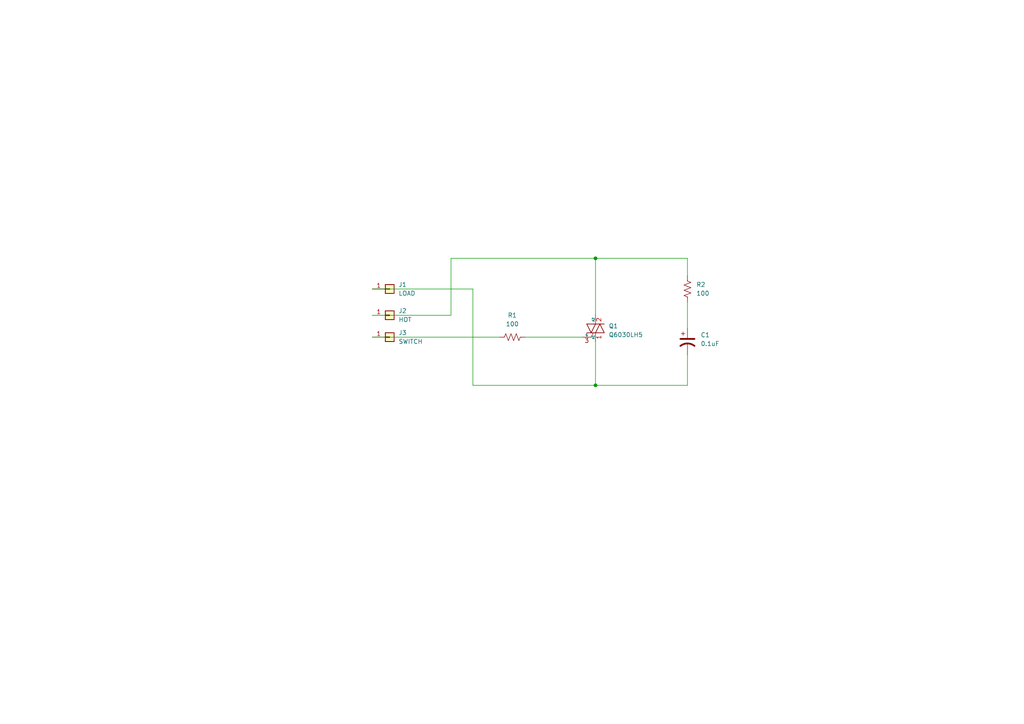
<source format=kicad_sch>
(kicad_sch (version 20211123) (generator eeschema)

  (uuid 9538e4ed-27e6-4c37-b989-9859dc0d49e8)

  (paper "A4")

  (lib_symbols
    (symbol "Connector_Generic:Conn_01x01" (pin_names (offset 1.016) hide) (in_bom yes) (on_board yes)
      (property "Reference" "J" (id 0) (at 0 2.54 0)
        (effects (font (size 1.27 1.27)))
      )
      (property "Value" "Conn_01x01" (id 1) (at 0 -2.54 0)
        (effects (font (size 1.27 1.27)))
      )
      (property "Footprint" "" (id 2) (at 0 0 0)
        (effects (font (size 1.27 1.27)) hide)
      )
      (property "Datasheet" "~" (id 3) (at 0 0 0)
        (effects (font (size 1.27 1.27)) hide)
      )
      (property "ki_keywords" "connector" (id 4) (at 0 0 0)
        (effects (font (size 1.27 1.27)) hide)
      )
      (property "ki_description" "Generic connector, single row, 01x01, script generated (kicad-library-utils/schlib/autogen/connector/)" (id 5) (at 0 0 0)
        (effects (font (size 1.27 1.27)) hide)
      )
      (property "ki_fp_filters" "Connector*:*_1x??_*" (id 6) (at 0 0 0)
        (effects (font (size 1.27 1.27)) hide)
      )
      (symbol "Conn_01x01_1_1"
        (rectangle (start -1.27 0.127) (end 0 -0.127)
          (stroke (width 0.1524) (type default) (color 0 0 0 0))
          (fill (type none))
        )
        (rectangle (start -1.27 1.27) (end 1.27 -1.27)
          (stroke (width 0.254) (type default) (color 0 0 0 0))
          (fill (type background))
        )
        (pin passive line (at -5.08 0 0) (length 3.81)
          (name "Pin_1" (effects (font (size 1.27 1.27))))
          (number "1" (effects (font (size 1.27 1.27))))
        )
      )
    )
    (symbol "Device:C_Polarized_US" (pin_numbers hide) (pin_names (offset 0.254) hide) (in_bom yes) (on_board yes)
      (property "Reference" "C" (id 0) (at 0.635 2.54 0)
        (effects (font (size 1.27 1.27)) (justify left))
      )
      (property "Value" "C_Polarized_US" (id 1) (at 0.635 -2.54 0)
        (effects (font (size 1.27 1.27)) (justify left))
      )
      (property "Footprint" "" (id 2) (at 0 0 0)
        (effects (font (size 1.27 1.27)) hide)
      )
      (property "Datasheet" "~" (id 3) (at 0 0 0)
        (effects (font (size 1.27 1.27)) hide)
      )
      (property "ki_keywords" "cap capacitor" (id 4) (at 0 0 0)
        (effects (font (size 1.27 1.27)) hide)
      )
      (property "ki_description" "Polarized capacitor, US symbol" (id 5) (at 0 0 0)
        (effects (font (size 1.27 1.27)) hide)
      )
      (property "ki_fp_filters" "CP_*" (id 6) (at 0 0 0)
        (effects (font (size 1.27 1.27)) hide)
      )
      (symbol "C_Polarized_US_0_1"
        (polyline
          (pts
            (xy -2.032 0.762)
            (xy 2.032 0.762)
          )
          (stroke (width 0.508) (type default) (color 0 0 0 0))
          (fill (type none))
        )
        (polyline
          (pts
            (xy -1.778 2.286)
            (xy -0.762 2.286)
          )
          (stroke (width 0) (type default) (color 0 0 0 0))
          (fill (type none))
        )
        (polyline
          (pts
            (xy -1.27 1.778)
            (xy -1.27 2.794)
          )
          (stroke (width 0) (type default) (color 0 0 0 0))
          (fill (type none))
        )
        (arc (start 2.032 -1.27) (mid 0 -0.5572) (end -2.032 -1.27)
          (stroke (width 0.508) (type default) (color 0 0 0 0))
          (fill (type none))
        )
      )
      (symbol "C_Polarized_US_1_1"
        (pin passive line (at 0 3.81 270) (length 2.794)
          (name "~" (effects (font (size 1.27 1.27))))
          (number "1" (effects (font (size 1.27 1.27))))
        )
        (pin passive line (at 0 -3.81 90) (length 3.302)
          (name "~" (effects (font (size 1.27 1.27))))
          (number "2" (effects (font (size 1.27 1.27))))
        )
      )
    )
    (symbol "Device:R_US" (pin_numbers hide) (pin_names (offset 0)) (in_bom yes) (on_board yes)
      (property "Reference" "R" (id 0) (at 2.54 0 90)
        (effects (font (size 1.27 1.27)))
      )
      (property "Value" "R_US" (id 1) (at -2.54 0 90)
        (effects (font (size 1.27 1.27)))
      )
      (property "Footprint" "" (id 2) (at 1.016 -0.254 90)
        (effects (font (size 1.27 1.27)) hide)
      )
      (property "Datasheet" "~" (id 3) (at 0 0 0)
        (effects (font (size 1.27 1.27)) hide)
      )
      (property "ki_keywords" "R res resistor" (id 4) (at 0 0 0)
        (effects (font (size 1.27 1.27)) hide)
      )
      (property "ki_description" "Resistor, US symbol" (id 5) (at 0 0 0)
        (effects (font (size 1.27 1.27)) hide)
      )
      (property "ki_fp_filters" "R_*" (id 6) (at 0 0 0)
        (effects (font (size 1.27 1.27)) hide)
      )
      (symbol "R_US_0_1"
        (polyline
          (pts
            (xy 0 -2.286)
            (xy 0 -2.54)
          )
          (stroke (width 0) (type default) (color 0 0 0 0))
          (fill (type none))
        )
        (polyline
          (pts
            (xy 0 2.286)
            (xy 0 2.54)
          )
          (stroke (width 0) (type default) (color 0 0 0 0))
          (fill (type none))
        )
        (polyline
          (pts
            (xy 0 -0.762)
            (xy 1.016 -1.143)
            (xy 0 -1.524)
            (xy -1.016 -1.905)
            (xy 0 -2.286)
          )
          (stroke (width 0) (type default) (color 0 0 0 0))
          (fill (type none))
        )
        (polyline
          (pts
            (xy 0 0.762)
            (xy 1.016 0.381)
            (xy 0 0)
            (xy -1.016 -0.381)
            (xy 0 -0.762)
          )
          (stroke (width 0) (type default) (color 0 0 0 0))
          (fill (type none))
        )
        (polyline
          (pts
            (xy 0 2.286)
            (xy 1.016 1.905)
            (xy 0 1.524)
            (xy -1.016 1.143)
            (xy 0 0.762)
          )
          (stroke (width 0) (type default) (color 0 0 0 0))
          (fill (type none))
        )
      )
      (symbol "R_US_1_1"
        (pin passive line (at 0 3.81 270) (length 1.27)
          (name "~" (effects (font (size 1.27 1.27))))
          (number "1" (effects (font (size 1.27 1.27))))
        )
        (pin passive line (at 0 -3.81 90) (length 1.27)
          (name "~" (effects (font (size 1.27 1.27))))
          (number "2" (effects (font (size 1.27 1.27))))
        )
      )
    )
    (symbol "Triac_Thyristor:BT136-600" (pin_names (offset 0)) (in_bom yes) (on_board yes)
      (property "Reference" "Q" (id 0) (at 5.08 1.905 0)
        (effects (font (size 1.27 1.27)) (justify left))
      )
      (property "Value" "BT136-600" (id 1) (at 5.08 0 0)
        (effects (font (size 1.27 1.27)) (justify left))
      )
      (property "Footprint" "Package_TO_SOT_THT:TO-220-3_Vertical" (id 2) (at 5.08 -1.905 0)
        (effects (font (size 1.27 1.27) italic) (justify left) hide)
      )
      (property "Datasheet" "http://www.micropik.com/PDF/BT136-600.pdf" (id 3) (at 0 0 0)
        (effects (font (size 1.27 1.27)) (justify left) hide)
      )
      (property "ki_keywords" "Triac" (id 4) (at 0 0 0)
        (effects (font (size 1.27 1.27)) hide)
      )
      (property "ki_description" "4A RMS, 500V Off-State Voltage, Triac, TO-220" (id 5) (at 0 0 0)
        (effects (font (size 1.27 1.27)) hide)
      )
      (property "ki_fp_filters" "TO?220*" (id 6) (at 0 0 0)
        (effects (font (size 1.27 1.27)) hide)
      )
      (symbol "BT136-600_0_1"
        (polyline
          (pts
            (xy -2.54 -1.27)
            (xy 2.54 -1.27)
          )
          (stroke (width 0.2032) (type default) (color 0 0 0 0))
          (fill (type none))
        )
        (polyline
          (pts
            (xy -2.54 1.27)
            (xy 2.54 1.27)
          )
          (stroke (width 0.2032) (type default) (color 0 0 0 0))
          (fill (type none))
        )
        (polyline
          (pts
            (xy -1.27 -2.54)
            (xy -0.635 -1.27)
          )
          (stroke (width 0) (type default) (color 0 0 0 0))
          (fill (type none))
        )
        (polyline
          (pts
            (xy -2.54 1.27)
            (xy -1.27 -1.27)
            (xy 0 1.27)
          )
          (stroke (width 0.2032) (type default) (color 0 0 0 0))
          (fill (type none))
        )
        (polyline
          (pts
            (xy 0 -1.27)
            (xy 1.27 1.27)
            (xy 2.54 -1.27)
          )
          (stroke (width 0.2032) (type default) (color 0 0 0 0))
          (fill (type none))
        )
      )
      (symbol "BT136-600_1_1"
        (pin passive line (at 0 -3.81 90) (length 2.54)
          (name "A1" (effects (font (size 0.635 0.635))))
          (number "1" (effects (font (size 1.27 1.27))))
        )
        (pin passive line (at 0 3.81 270) (length 2.54)
          (name "A2" (effects (font (size 0.635 0.635))))
          (number "2" (effects (font (size 1.27 1.27))))
        )
        (pin input line (at -3.81 -2.54 0) (length 2.54)
          (name "G" (effects (font (size 0.635 0.635))))
          (number "3" (effects (font (size 1.27 1.27))))
        )
      )
    )
  )

  (junction (at 172.72 111.76) (diameter 0) (color 0 0 0 0)
    (uuid 86dd9eb2-26a1-4302-8ab8-d63fac567e58)
  )
  (junction (at 172.72 74.93) (diameter 0) (color 0 0 0 0)
    (uuid 90800a4d-a014-4b9a-947e-f975697802ee)
  )

  (wire (pts (xy 152.4 97.79) (xy 168.91 97.79))
    (stroke (width 0) (type default) (color 0 0 0 0))
    (uuid 0742a812-27f9-4632-a8e2-797edb0e8e71)
  )
  (wire (pts (xy 172.72 74.93) (xy 199.39 74.93))
    (stroke (width 0) (type default) (color 0 0 0 0))
    (uuid 3b21d437-ade8-4efc-be31-6bba4e0c4fa0)
  )
  (wire (pts (xy 130.81 74.93) (xy 130.81 91.44))
    (stroke (width 0) (type default) (color 0 0 0 0))
    (uuid 41b66840-b8b8-4177-b426-8e87ac7fb126)
  )
  (wire (pts (xy 172.72 91.44) (xy 172.72 74.93))
    (stroke (width 0) (type default) (color 0 0 0 0))
    (uuid 4a0bd4b1-2bf6-4543-9d32-89c93a362148)
  )
  (wire (pts (xy 172.72 74.93) (xy 130.81 74.93))
    (stroke (width 0) (type default) (color 0 0 0 0))
    (uuid 5dedf2e2-a6f3-4121-beb4-346ed207802e)
  )
  (wire (pts (xy 199.39 87.63) (xy 199.39 95.25))
    (stroke (width 0) (type default) (color 0 0 0 0))
    (uuid 73de24e2-b5fe-46dc-a394-fa8483f46b2c)
  )
  (wire (pts (xy 172.72 111.76) (xy 137.16 111.76))
    (stroke (width 0) (type default) (color 0 0 0 0))
    (uuid 9b73e8bf-9768-4e4b-9a25-6b946fc2ad66)
  )
  (wire (pts (xy 172.72 99.06) (xy 172.72 111.76))
    (stroke (width 0) (type default) (color 0 0 0 0))
    (uuid 9eacabf2-338e-4f06-903c-a10fcecd878a)
  )
  (wire (pts (xy 199.39 111.76) (xy 199.39 102.87))
    (stroke (width 0) (type default) (color 0 0 0 0))
    (uuid a0c16cd7-a3f1-46d5-8625-1006ed98f1d6)
  )
  (wire (pts (xy 137.16 83.82) (xy 137.16 111.76))
    (stroke (width 0) (type default) (color 0 0 0 0))
    (uuid bab16bbd-be5b-4ff6-9805-0a16f023b621)
  )
  (wire (pts (xy 107.95 97.79) (xy 144.78 97.79))
    (stroke (width 0) (type default) (color 0 0 0 0))
    (uuid bbbe16fd-9c5a-4029-b613-db6d274ce6a7)
  )
  (wire (pts (xy 107.95 83.82) (xy 137.16 83.82))
    (stroke (width 0) (type default) (color 0 0 0 0))
    (uuid c0787b74-86f2-4fc0-a1cb-4751e949fc85)
  )
  (wire (pts (xy 199.39 111.76) (xy 172.72 111.76))
    (stroke (width 0) (type default) (color 0 0 0 0))
    (uuid c1e5b0c9-899d-4846-9d68-18e82b95226e)
  )
  (wire (pts (xy 107.95 91.44) (xy 130.81 91.44))
    (stroke (width 0) (type default) (color 0 0 0 0))
    (uuid ce55234b-9d12-40d9-8108-46d3eb66f17c)
  )
  (wire (pts (xy 199.39 74.93) (xy 199.39 80.01))
    (stroke (width 0) (type default) (color 0 0 0 0))
    (uuid d5de5a38-2b0f-4808-9c0b-c973a88bd180)
  )

  (symbol (lib_id "Device:R_US") (at 199.39 83.82 0) (unit 1)
    (in_bom yes) (on_board yes) (fields_autoplaced)
    (uuid 28288d23-ae3b-4d51-8acf-2f2d16b3e99d)
    (property "Reference" "R2" (id 0) (at 201.93 82.5499 0)
      (effects (font (size 1.27 1.27)) (justify left))
    )
    (property "Value" "100" (id 1) (at 201.93 85.0899 0)
      (effects (font (size 1.27 1.27)) (justify left))
    )
    (property "Footprint" "Resistor_THT:R_Axial_DIN0207_L6.3mm_D2.5mm_P10.16mm_Horizontal" (id 2) (at 200.406 84.074 90)
      (effects (font (size 1.27 1.27)) hide)
    )
    (property "Datasheet" "~" (id 3) (at 199.39 83.82 0)
      (effects (font (size 1.27 1.27)) hide)
    )
    (pin "1" (uuid 9c879bff-3c3c-49e5-a790-4cef3c8359ed))
    (pin "2" (uuid 9ae56082-9a7c-4b53-854d-0382e3f4b1c3))
  )

  (symbol (lib_id "Connector_Generic:Conn_01x01") (at 113.03 97.79 0) (unit 1)
    (in_bom yes) (on_board yes) (fields_autoplaced)
    (uuid 3e73e395-4e4f-4698-a18e-565d22c657d5)
    (property "Reference" "J3" (id 0) (at 115.57 96.5199 0)
      (effects (font (size 1.27 1.27)) (justify left))
    )
    (property "Value" "SWITCH" (id 1) (at 115.57 99.0599 0)
      (effects (font (size 1.27 1.27)) (justify left))
    )
    (property "Footprint" "Connector_Wire:SolderWire-1.5sqmm_1x01_D1.7mm_OD3mm" (id 2) (at 113.03 97.79 0)
      (effects (font (size 1.27 1.27)) hide)
    )
    (property "Datasheet" "~" (id 3) (at 113.03 97.79 0)
      (effects (font (size 1.27 1.27)) hide)
    )
    (pin "1" (uuid 6ef8ed9d-1157-4114-807a-63ac9d391f6e))
  )

  (symbol (lib_id "Device:R_US") (at 148.59 97.79 90) (unit 1)
    (in_bom yes) (on_board yes) (fields_autoplaced)
    (uuid 567515f0-d848-4f6e-8391-1638c53671c3)
    (property "Reference" "R1" (id 0) (at 148.59 91.44 90))
    (property "Value" "100" (id 1) (at 148.59 93.98 90))
    (property "Footprint" "Resistor_THT:R_Axial_DIN0207_L6.3mm_D2.5mm_P10.16mm_Horizontal" (id 2) (at 148.844 96.774 90)
      (effects (font (size 1.27 1.27)) hide)
    )
    (property "Datasheet" "~" (id 3) (at 148.59 97.79 0)
      (effects (font (size 1.27 1.27)) hide)
    )
    (pin "1" (uuid eca5cc54-aa24-4f61-9363-0329f77b8552))
    (pin "2" (uuid ad5ee137-0046-42f6-89e8-503cdde3189c))
  )

  (symbol (lib_id "Triac_Thyristor:BT136-600") (at 172.72 95.25 0) (unit 1)
    (in_bom yes) (on_board yes) (fields_autoplaced)
    (uuid 6f44f517-da48-4cfd-86fc-e629ca7208ab)
    (property "Reference" "Q1" (id 0) (at 176.53 94.5641 0)
      (effects (font (size 1.27 1.27)) (justify left))
    )
    (property "Value" "Q6030LH5" (id 1) (at 176.53 97.1041 0)
      (effects (font (size 1.27 1.27)) (justify left))
    )
    (property "Footprint" "Package_TO_SOT_THT:TO-220-3_Vertical" (id 2) (at 177.8 97.155 0)
      (effects (font (size 1.27 1.27) italic) (justify left) hide)
    )
    (property "Datasheet" "http://www.micropik.com/PDF/BT136-600.pdf" (id 3) (at 172.72 95.25 0)
      (effects (font (size 1.27 1.27)) (justify left) hide)
    )
    (pin "1" (uuid 506bec6e-ae81-4e13-83fd-6e6a20e8dd7f))
    (pin "2" (uuid 126ec3f6-9a3d-4d89-856f-881b56b9d3e8))
    (pin "3" (uuid dbe0aecf-fb75-4ebb-8f80-a37550321ee5))
  )

  (symbol (lib_id "Device:C_Polarized_US") (at 199.39 99.06 0) (unit 1)
    (in_bom yes) (on_board yes) (fields_autoplaced)
    (uuid 85e45079-cdd5-4bdf-9482-7c0eaa46ca23)
    (property "Reference" "C1" (id 0) (at 203.2 97.1549 0)
      (effects (font (size 1.27 1.27)) (justify left))
    )
    (property "Value" "0.1uF" (id 1) (at 203.2 99.6949 0)
      (effects (font (size 1.27 1.27)) (justify left))
    )
    (property "Footprint" "Capacitor_THT:C_Disc_D7.5mm_W4.4mm_P5.00mm" (id 2) (at 199.39 99.06 0)
      (effects (font (size 1.27 1.27)) hide)
    )
    (property "Datasheet" "~" (id 3) (at 199.39 99.06 0)
      (effects (font (size 1.27 1.27)) hide)
    )
    (pin "1" (uuid 154b32e5-de76-4630-8ee1-56e3eaae66ac))
    (pin "2" (uuid e13249b7-9205-4d3e-a3b3-cddf684ab25c))
  )

  (symbol (lib_id "Connector_Generic:Conn_01x01") (at 113.03 91.44 0) (unit 1)
    (in_bom yes) (on_board yes) (fields_autoplaced)
    (uuid a3c6d736-63e5-4e6a-a34e-08a4b41ab215)
    (property "Reference" "J2" (id 0) (at 115.57 90.1699 0)
      (effects (font (size 1.27 1.27)) (justify left))
    )
    (property "Value" "HOT" (id 1) (at 115.57 92.7099 0)
      (effects (font (size 1.27 1.27)) (justify left))
    )
    (property "Footprint" "Connector_Wire:SolderWire-1.5sqmm_1x01_D1.7mm_OD3mm" (id 2) (at 113.03 91.44 0)
      (effects (font (size 1.27 1.27)) hide)
    )
    (property "Datasheet" "~" (id 3) (at 113.03 91.44 0)
      (effects (font (size 1.27 1.27)) hide)
    )
    (pin "1" (uuid ba714884-d663-408b-b443-144c5ddb0597))
  )

  (symbol (lib_id "Connector_Generic:Conn_01x01") (at 113.03 83.82 0) (unit 1)
    (in_bom yes) (on_board yes) (fields_autoplaced)
    (uuid f8f03543-8f6e-4cac-9306-1c2001611295)
    (property "Reference" "J1" (id 0) (at 115.57 82.5499 0)
      (effects (font (size 1.27 1.27)) (justify left))
    )
    (property "Value" "LOAD" (id 1) (at 115.57 85.0899 0)
      (effects (font (size 1.27 1.27)) (justify left))
    )
    (property "Footprint" "Connector_Wire:SolderWire-1.5sqmm_1x01_D1.7mm_OD3.9mm" (id 2) (at 113.03 83.82 0)
      (effects (font (size 1.27 1.27)) hide)
    )
    (property "Datasheet" "~" (id 3) (at 113.03 83.82 0)
      (effects (font (size 1.27 1.27)) hide)
    )
    (pin "1" (uuid dd6a4826-844d-433b-a971-5a37710d5851))
  )

  (sheet_instances
    (path "/" (page "1"))
  )

  (symbol_instances
    (path "/85e45079-cdd5-4bdf-9482-7c0eaa46ca23"
      (reference "C1") (unit 1) (value "0.1uF") (footprint "Capacitor_THT:C_Disc_D7.5mm_W4.4mm_P5.00mm")
    )
    (path "/f8f03543-8f6e-4cac-9306-1c2001611295"
      (reference "J1") (unit 1) (value "LOAD") (footprint "Connector_Wire:SolderWire-1.5sqmm_1x01_D1.7mm_OD3.9mm")
    )
    (path "/a3c6d736-63e5-4e6a-a34e-08a4b41ab215"
      (reference "J2") (unit 1) (value "HOT") (footprint "Connector_Wire:SolderWire-1.5sqmm_1x01_D1.7mm_OD3mm")
    )
    (path "/3e73e395-4e4f-4698-a18e-565d22c657d5"
      (reference "J3") (unit 1) (value "SWITCH") (footprint "Connector_Wire:SolderWire-1.5sqmm_1x01_D1.7mm_OD3mm")
    )
    (path "/6f44f517-da48-4cfd-86fc-e629ca7208ab"
      (reference "Q1") (unit 1) (value "Q6030LH5") (footprint "Package_TO_SOT_THT:TO-220-3_Vertical")
    )
    (path "/567515f0-d848-4f6e-8391-1638c53671c3"
      (reference "R1") (unit 1) (value "100") (footprint "Resistor_THT:R_Axial_DIN0207_L6.3mm_D2.5mm_P10.16mm_Horizontal")
    )
    (path "/28288d23-ae3b-4d51-8acf-2f2d16b3e99d"
      (reference "R2") (unit 1) (value "100") (footprint "Resistor_THT:R_Axial_DIN0207_L6.3mm_D2.5mm_P10.16mm_Horizontal")
    )
  )
)

</source>
